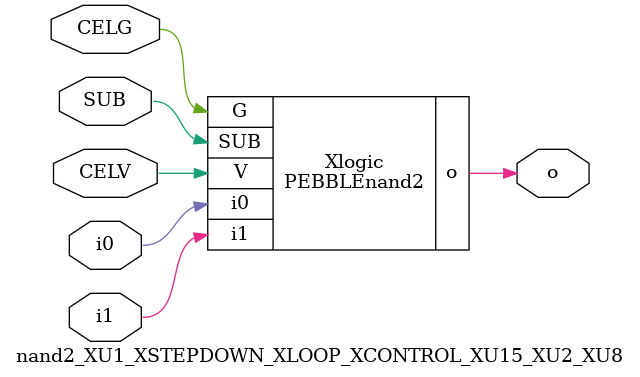
<source format=v>



module PEBBLEnand2 ( o, G, SUB, V, i0, i1 );

  input i0;
  input V;
  input i1;
  input G;
  output o;
  input SUB;
endmodule

//Celera Confidential Do Not Copy nand2_XU1_XSTEPDOWN_XLOOP_XCONTROL_XU15_XU2_XU8
//Celera Confidential Symbol Generator
//5V NAND2
module nand2_XU1_XSTEPDOWN_XLOOP_XCONTROL_XU15_XU2_XU8 (CELV,CELG,i0,i1,o,SUB);
input CELV;
input CELG;
input i0;
input i1;
input SUB;
output o;

//Celera Confidential Do Not Copy nand2
PEBBLEnand2 Xlogic(
.V (CELV),
.i0 (i0),
.i1 (i1),
.o (o),
.SUB (SUB),
.G (CELG)
);
//,diesize,PEBBLEnand2

//Celera Confidential Do Not Copy Module End
//Celera Schematic Generator
endmodule

</source>
